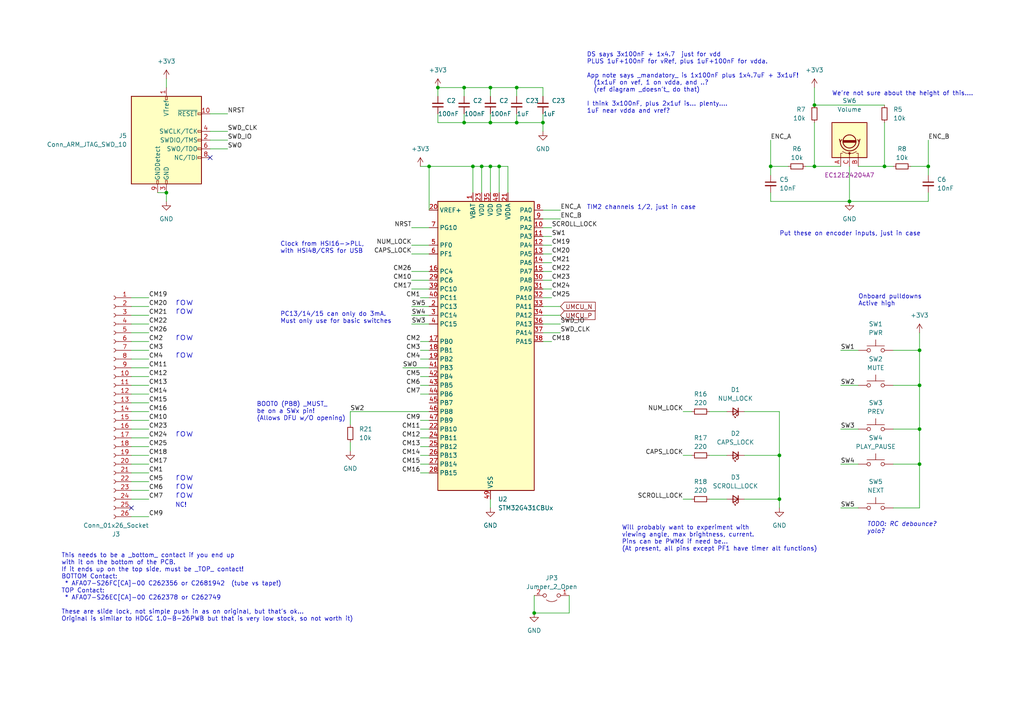
<source format=kicad_sch>
(kicad_sch (version 20231120) (generator "eeschema") (generator_version "8.0")
  (paper "A4")
  (title_block (title "Das KB4-Bara2") (rev "r2024-2") (company "Ekta Labs") (comment 1 "http://github.com/karlp/das-kb4-bara2"))
  (lib_symbols
    (symbol "Connector:Conn_01x26_Socket" (pin_names (offset 1.016) hide)
      (property "Reference" "J" (at 0 33.02 0))
      (property "Value" "Conn_01x26_Socket" (at 0 -35.56 0))
      (symbol "Conn_01x26_Socket_1_1"
        (arc (start 0 -32.512) (mid -0.5058 -33.02) (end 0 -33.528) (stroke (width 0.1524)))
        (arc (start 0 -29.972) (mid -0.5058 -30.48) (end 0 -30.988) (stroke (width 0.1524)))
        (arc (start 0 -27.432) (mid -0.5058 -27.94) (end 0 -28.448) (stroke (width 0.1524)))
        (arc (start 0 -24.892) (mid -0.5058 -25.4) (end 0 -25.908) (stroke (width 0.1524)))
        (arc (start 0 -22.352) (mid -0.5058 -22.86) (end 0 -23.368) (stroke (width 0.1524)))
        (arc (start 0 -19.812) (mid -0.5058 -20.32) (end 0 -20.828) (stroke (width 0.1524)))
        (arc (start 0 -17.272) (mid -0.5058 -17.78) (end 0 -18.288) (stroke (width 0.1524)))
        (arc (start 0 -14.732) (mid -0.5058 -15.24) (end 0 -15.748) (stroke (width 0.1524)))
        (arc (start 0 -12.192) (mid -0.5058 -12.7) (end 0 -13.208) (stroke (width 0.1524)))
        (arc (start 0 -9.652) (mid -0.5058 -10.16) (end 0 -10.668) (stroke (width 0.1524)))
        (arc (start 0 -7.112) (mid -0.5058 -7.62) (end 0 -8.128) (stroke (width 0.1524)))
        (arc (start 0 -4.572) (mid -0.5058 -5.08) (end 0 -5.588) (stroke (width 0.1524)))
        (arc (start 0 -2.032) (mid -0.5058 -2.54) (end 0 -3.048) (stroke (width 0.1524)))
        (polyline (pts (xy -1.27 -33.02) (xy -0.508 -33.02)) (stroke (width 0.1524)))
        (polyline (pts (xy -1.27 -30.48) (xy -0.508 -30.48)) (stroke (width 0.1524)))
        (polyline (pts (xy -1.27 -27.94) (xy -0.508 -27.94)) (stroke (width 0.1524)))
        (polyline (pts (xy -1.27 -25.4) (xy -0.508 -25.4)) (stroke (width 0.1524)))
        (polyline (pts (xy -1.27 -22.86) (xy -0.508 -22.86)) (stroke (width 0.1524)))
        (polyline (pts (xy -1.27 -20.32) (xy -0.508 -20.32)) (stroke (width 0.1524)))
        (polyline (pts (xy -1.27 -17.78) (xy -0.508 -17.78)) (stroke (width 0.1524)))
        (polyline (pts (xy -1.27 -15.24) (xy -0.508 -15.24)) (stroke (width 0.1524)))
        (polyline (pts (xy -1.27 -12.7) (xy -0.508 -12.7)) (stroke (width 0.1524)))
        (polyline (pts (xy -1.27 -10.16) (xy -0.508 -10.16)) (stroke (width 0.1524)))
        (polyline (pts (xy -1.27 -7.62) (xy -0.508 -7.62)) (stroke (width 0.1524)))
        (polyline (pts (xy -1.27 -5.08) (xy -0.508 -5.08)) (stroke (width 0.1524)))
        (polyline (pts (xy -1.27 -2.54) (xy -0.508 -2.54)) (stroke (width 0.1524)))
        (polyline (pts (xy -1.27 0) (xy -0.508 0)) (stroke (width 0.1524)))
        (polyline (pts (xy -1.27 2.54) (xy -0.508 2.54)) (stroke (width 0.1524)))
        (polyline (pts (xy -1.27 5.08) (xy -0.508 5.08)) (stroke (width 0.1524)))
        (polyline (pts (xy -1.27 7.62) (xy -0.508 7.62)) (stroke (width 0.1524)))
        (polyline (pts (xy -1.27 10.16) (xy -0.508 10.16)) (stroke (width 0.1524)))
        (polyline (pts (xy -1.27 12.7) (xy -0.508 12.7)) (stroke (width 0.1524)))
        (polyline (pts (xy -1.27 15.24) (xy -0.508 15.24)) (stroke (width 0.1524)))
        (polyline (pts (xy -1.27 17.78) (xy -0.508 17.78)) (stroke (width 0.1524)))
        (polyline (pts (xy -1.27 20.32) (xy -0.508 20.32)) (stroke (width 0.1524)))
        (polyline (pts (xy -1.27 22.86) (xy -0.508 22.86)) (stroke (width 0.1524)))
        (polyline (pts (xy -1.27 25.4) (xy -0.508 25.4)) (stroke (width 0.1524)))
        (polyline (pts (xy -1.27 27.94) (xy -0.508 27.94)) (stroke (width 0.1524)))
        (polyline (pts (xy -1.27 30.48) (xy -0.508 30.48)) (stroke (width 0.1524)))
        (arc (start 0 0.508) (mid -0.5058 0) (end 0 -0.508) (stroke (width 0.1524)))
        (arc (start 0 3.048) (mid -0.5058 2.54) (end 0 2.032) (stroke (width 0.1524)))
        (arc (start 0 5.588) (mid -0.5058 5.08) (end 0 4.572) (stroke (width 0.1524)))
        (arc (start 0 8.128) (mid -0.5058 7.62) (end 0 7.112) (stroke (width 0.1524)))
        (arc (start 0 10.668) (mid -0.5058 10.16) (end 0 9.652) (stroke (width 0.1524)))
        (arc (start 0 13.208) (mid -0.5058 12.7) (end 0 12.192) (stroke (width 0.1524)))
        (arc (start 0 15.748) (mid -0.5058 15.24) (end 0 14.732) (stroke (width 0.1524)))
        (arc (start 0 18.288) (mid -0.5058 17.78) (end 0 17.272) (stroke (width 0.1524)))
        (arc (start 0 20.828) (mid -0.5058 20.32) (end 0 19.812) (stroke (width 0.1524)))
        (arc (start 0 23.368) (mid -0.5058 22.86) (end 0 22.352) (stroke (width 0.1524)))
        (arc (start 0 25.908) (mid -0.5058 25.4) (end 0 24.892) (stroke (width 0.1524)))
        (arc (start 0 28.448) (mid -0.5058 27.94) (end 0 27.432) (stroke (width 0.1524)))
        (arc (start 0 30.988) (mid -0.5058 30.48) (end 0 29.972) (stroke (width 0.1524)))
        (pin passive line (at -5.08 30.48 0) (length 3.81) (name "Pin_1") (number "1"))
        (pin passive line (at -5.08 7.62 0) (length 3.81) (name "Pin_10") (number "10"))
        (pin passive line (at -5.08 5.08 0) (length 3.81) (name "Pin_11") (number "11"))
        (pin passive line (at -5.08 2.54 0) (length 3.81) (name "Pin_12") (number "12"))
        (pin passive line (at -5.08 0 0) (length 3.81) (name "Pin_13") (number "13"))
        (pin passive line (at -5.08 -2.54 0) (length 3.81) (name "Pin_14") (number "14"))
        (pin passive line (at -5.08 -5.08 0) (length 3.81) (name "Pin_15") (number "15"))
        (pin passive line (at -5.08 -7.62 0) (length 3.81) (name "Pin_16") (number "16"))
        (pin passive line (at -5.08 -10.16 0) (length 3.81) (name "Pin_17") (number "17"))
        (pin passive line (at -5.08 -12.7 0) (length 3.81) (name "Pin_18") (number "18"))
        (pin passive line (at -5.08 -15.24 0) (length 3.81) (name "Pin_19") (number "19"))
        (pin passive line (at -5.08 27.94 0) (length 3.81) (name "Pin_2") (number "2"))
        (pin passive line (at -5.08 -17.78 0) (length 3.81) (name "Pin_20") (number "20"))
        (pin passive line (at -5.08 -20.32 0) (length 3.81) (name "Pin_21") (number "21"))
        (pin passive line (at -5.08 -22.86 0) (length 3.81) (name "Pin_22") (number "22"))
        (pin passive line (at -5.08 -25.4 0) (length 3.81) (name "Pin_23") (number "23"))
        (pin passive line (at -5.08 -27.94 0) (length 3.81) (name "Pin_24") (number "24"))
        (pin passive line (at -5.08 -30.48 0) (length 3.81) (name "Pin_25") (number "25"))
        (pin passive line (at -5.08 -33.02 0) (length 3.81) (name "Pin_26") (number "26"))
        (pin passive line (at -5.08 25.4 0) (length 3.81) (name "Pin_3") (number "3"))
        (pin passive line (at -5.08 22.86 0) (length 3.81) (name "Pin_4") (number "4"))
        (pin passive line (at -5.08 20.32 0) (length 3.81) (name "Pin_5") (number "5"))
        (pin passive line (at -5.08 17.78 0) (length 3.81) (name "Pin_6") (number "6"))
        (pin passive line (at -5.08 15.24 0) (length 3.81) (name "Pin_7") (number "7"))
        (pin passive line (at -5.08 12.7 0) (length 3.81) (name "Pin_8") (number "8"))
        (pin passive line (at -5.08 10.16 0) (length 3.81) (name "Pin_9") (number "9"))
      )
    )
    (symbol "Connector:Conn_ARM_JTAG_SWD_10" (pin_names (offset 1.016))
      (property "Reference" "J" (at -2.54 16.51 0))
      (property "Value" "Conn_ARM_JTAG_SWD_10" (at -2.54 13.97 0))
      (symbol "Conn_ARM_JTAG_SWD_10_0_1"
        (rectangle (start -10.16 12.7) (end 10.16 -12.7) (stroke (width 0.254)) (fill (type background)))
        (rectangle (start -2.794 -12.7) (end -2.286 -11.684))
        (rectangle (start -0.254 -12.7) (end 0.254 -11.684))
        (rectangle (start -0.254 12.7) (end 0.254 11.684))
        (rectangle (start 9.144 2.286) (end 10.16 2.794))
        (rectangle (start 10.16 -2.794) (end 9.144 -2.286))
        (rectangle (start 10.16 -0.254) (end 9.144 0.254))
        (rectangle (start 10.16 7.874) (end 9.144 7.366))
      )
      (symbol "Conn_ARM_JTAG_SWD_10_1_1"
        (rectangle (start 9.144 -5.334) (end 10.16 -4.826))
        (pin power_in line (at 0 15.24 270) (length 2.54) (name "VTref") (number "1"))
        (pin open_collector line (at 12.7 7.62 180) (length 2.54) (name "~{RESET}") (number "10"))
        (pin bidirectional line (at 12.7 0 180) (length 2.54) (name "SWDIO/TMS") (number "2"))
        (pin power_in line (at 0 -15.24 90) (length 2.54) (name "GND") (number "3"))
        (pin output line (at 12.7 2.54 180) (length 2.54) (name "SWCLK/TCK") (number "4"))
        (pin passive line (at 0 -15.24 90) (length 2.54) hide (name "GND") (number "5"))
        (pin input line (at 12.7 -2.54 180) (length 2.54) (name "SWO/TDO") (number "6"))
        (pin no_connect line (at -10.16 0 0) (length 2.54) hide (name "KEY") (number "7"))
        (pin output line (at 12.7 -5.08 180) (length 2.54) (name "NC/TDI") (number "8"))
        (pin passive line (at -2.54 -15.24 90) (length 2.54) (name "GNDDetect") (number "9"))
      )
    )
    (symbol "Device:C_Small" (pin_numbers hide) (pin_names (offset 0.254) hide)
      (property "Reference" "C" (at 0.254 1.778 0))
      (property "Value" "C_Small" (at 0.254 -2.032 0))
      (symbol "C_Small_0_1"
        (polyline (pts (xy -1.524 -0.508) (xy 1.524 -0.508)) (stroke (width 0.3302)))
        (polyline (pts (xy -1.524 0.508) (xy 1.524 0.508)) (stroke (width 0.3048)))
      )
      (symbol "C_Small_1_1"
        (pin passive line (at 0 2.54 270) (length 2.032) (name "~") (number "1"))
        (pin passive line (at 0 -2.54 90) (length 2.032) (name "~") (number "2"))
      )
    )
    (symbol "Device:LED_Small" (pin_numbers hide) (pin_names (offset 0.254) hide)
      (property "Reference" "D" (at -1.27 3.175 0))
      (property "Value" "LED_Small" (at -4.445 -2.54 0))
      (symbol "LED_Small_0_1"
        (polyline (pts (xy -0.762 -1.016) (xy -0.762 1.016)) (stroke (width 0.254)))
        (polyline (pts (xy 1.016 0) (xy -0.762 0)))
        (polyline (pts (xy 0.762 -1.016) (xy -0.762 0) (xy 0.762 1.016) (xy 0.762 -1.016)) (stroke (width 0.254)))
        (polyline (pts (xy 0 0.762) (xy -0.508 1.27) (xy -0.254 1.27) (xy -0.508 1.27) (xy -0.508 1.016)))
        (polyline (pts (xy 0.508 1.27) (xy 0 1.778) (xy 0.254 1.778) (xy 0 1.778) (xy 0 1.524)))
      )
      (symbol "LED_Small_1_1"
        (pin passive line (at -2.54 0 0) (length 1.778) (name "K") (number "1"))
        (pin passive line (at 2.54 0 180) (length 1.778) (name "A") (number "2"))
      )
    )
    (symbol "Device:R_Small" (pin_numbers hide) (pin_names (offset 0.254) hide)
      (property "Reference" "R" (at 0.762 0.508 0))
      (property "Value" "R_Small" (at 0.762 -1.016 0))
      (symbol "R_Small_0_1"
        (rectangle (start -0.762 1.778) (end 0.762 -1.778) (stroke (width 0.2032)))
      )
      (symbol "R_Small_1_1"
        (pin passive line (at 0 2.54 270) (length 0.762) (name "~") (number "1"))
        (pin passive line (at 0 -2.54 90) (length 0.762) (name "~") (number "2"))
      )
    )
    (symbol "Device:RotaryEncoder" (pin_names (offset 0.254) hide)
      (property "Reference" "SW" (at 0 6.604 0))
      (property "Value" "RotaryEncoder" (at 0 -6.604 0))
      (symbol "RotaryEncoder_0_1"
        (rectangle (start -5.08 5.08) (end 5.08 -5.08) (stroke (width 0.254)) (fill (type background)))
        (circle (center -3.81 0) (radius 0.254) (fill (type outline)))
        (circle (center -0.381 0) (radius 1.905) (stroke (width 0.254)))
        (arc (start -0.381 2.667) (mid -3.0988 -0.0635) (end -0.381 -2.794) (stroke (width 0.254)))
        (polyline (pts (xy -0.635 -1.778) (xy -0.635 1.778)) (stroke (width 0.254)))
        (polyline (pts (xy -0.381 -1.778) (xy -0.381 1.778)) (stroke (width 0.254)))
        (polyline (pts (xy -0.127 1.778) (xy -0.127 -1.778)) (stroke (width 0.254)))
        (polyline (pts (xy -5.08 -2.54) (xy -3.81 -2.54) (xy -3.81 -2.032)))
        (polyline (pts (xy -5.08 2.54) (xy -3.81 2.54) (xy -3.81 2.032)))
        (polyline (pts (xy 0.254 -3.048) (xy -0.508 -2.794) (xy 0.127 -2.413)) (stroke (width 0.254)))
        (polyline (pts (xy 0.254 2.921) (xy -0.508 2.667) (xy 0.127 2.286)) (stroke (width 0.254)))
        (polyline (pts (xy -5.08 0) (xy -3.81 0) (xy -3.81 -1.016) (xy -3.302 -2.032)))
        (polyline (pts (xy -4.318 0) (xy -3.81 0) (xy -3.81 1.016) (xy -3.302 2.032)))
      )
      (symbol "RotaryEncoder_1_1"
        (pin passive line (at -7.62 2.54 0) (length 2.54) (name "A") (number "A"))
        (pin passive line (at -7.62 -2.54 0) (length 2.54) (name "B") (number "B"))
        (pin passive line (at -7.62 0 0) (length 2.54) (name "C") (number "C"))
      )
    )
    (symbol "Jumper:Jumper_2_Open" (pin_names (offset 0) hide)
      (property "Reference" "JP" (at 0 2.794 0))
      (property "Value" "Jumper_2_Open" (at 0 -2.286 0))
      (symbol "Jumper_2_Open_0_0"
        (circle (center -2.032 0) (radius 0.508))
        (circle (center 2.032 0) (radius 0.508))
      )
      (symbol "Jumper_2_Open_0_1"
        (arc (start 1.524 1.27) (mid 0 1.778) (end -1.524 1.27))
      )
      (symbol "Jumper_2_Open_1_1"
        (pin passive line (at -5.08 0 0) (length 2.54) (name "A") (number "1"))
        (pin passive line (at 5.08 0 180) (length 2.54) (name "B") (number "2"))
      )
    )
    (symbol "MCU_ST_STM32G4:STM32G431CBUx"
      (property "Reference" "U" (at -12.7 44.45 0))
      (property "Value" "STM32G431CBUx" (at 10.16 44.45 0))
      (symbol "STM32G431CBUx_0_1"
        (rectangle (start -12.7 -40.64) (end 15.24 43.18) (stroke (width 0.254)) (fill (type background)))
      )
      (symbol "STM32G431CBUx_1_1"
        (pin power_in line (at -2.54 45.72 270) (length 2.54) (name "VBAT") (number "1"))
        (pin bidirectional line (at 17.78 35.56 180) (length 2.54) (name "PA2") (number "10"))
        (pin bidirectional line (at 17.78 33.02 180) (length 2.54) (name "PA3") (number "11"))
        (pin bidirectional line (at 17.78 30.48 180) (length 2.54) (name "PA4") (number "12"))
        (pin bidirectional line (at 17.78 27.94 180) (length 2.54) (name "PA5") (number "13"))
        (pin bidirectional line (at 17.78 25.4 180) (length 2.54) (name "PA6") (number "14"))
        (pin bidirectional line (at 17.78 22.86 180) (length 2.54) (name "PA7") (number "15"))
        (pin bidirectional line (at -15.24 22.86 0) (length 2.54) (name "PC4") (number "16"))
        (pin bidirectional line (at -15.24 2.54 0) (length 2.54) (name "PB0") (number "17"))
        (pin bidirectional line (at -15.24 0 0) (length 2.54) (name "PB1") (number "18"))
        (pin bidirectional line (at -15.24 -2.54 0) (length 2.54) (name "PB2") (number "19"))
        (pin bidirectional line (at -15.24 12.7 0) (length 2.54) (name "PC13") (number "2"))
        (pin input line (at -15.24 40.64 0) (length 2.54) (name "VREF+") (number "20"))
        (pin power_in line (at 7.62 45.72 270) (length 2.54) (name "VDDA") (number "21"))
        (pin bidirectional line (at -15.24 -22.86 0) (length 2.54) (name "PB10") (number "22"))
        (pin power_in line (at 0 45.72 270) (length 2.54) (name "VDD") (number "23"))
        (pin bidirectional line (at -15.24 -25.4 0) (length 2.54) (name "PB11") (number "24"))
        (pin bidirectional line (at -15.24 -27.94 0) (length 2.54) (name "PB12") (number "25"))
        (pin bidirectional line (at -15.24 -30.48 0) (length 2.54) (name "PB13") (number "26"))
        (pin bidirectional line (at -15.24 -33.02 0) (length 2.54) (name "PB14") (number "27"))
        (pin bidirectional line (at -15.24 -35.56 0) (length 2.54) (name "PB15") (number "28"))
        (pin bidirectional line (at -15.24 20.32 0) (length 2.54) (name "PC6") (number "29"))
        (pin bidirectional line (at -15.24 10.16 0) (length 2.54) (name "PC14") (number "3"))
        (pin bidirectional line (at 17.78 20.32 180) (length 2.54) (name "PA8") (number "30"))
        (pin bidirectional line (at 17.78 17.78 180) (length 2.54) (name "PA9") (number "31"))
        (pin bidirectional line (at 17.78 15.24 180) (length 2.54) (name "PA10") (number "32"))
        (pin bidirectional line (at 17.78 12.7 180) (length 2.54) (name "PA11") (number "33"))
        (pin bidirectional line (at 17.78 10.16 180) (length 2.54) (name "PA12") (number "34"))
        (pin power_in line (at 2.54 45.72 270) (length 2.54) (name "VDD") (number "35"))
        (pin bidirectional line (at 17.78 7.62 180) (length 2.54) (name "PA13") (number "36"))
        (pin bidirectional line (at 17.78 5.08 180) (length 2.54) (name "PA14") (number "37"))
        (pin bidirectional line (at 17.78 2.54 180) (length 2.54) (name "PA15") (number "38"))
        (pin bidirectional line (at -15.24 17.78 0) (length 2.54) (name "PC10") (number "39"))
        (pin bidirectional line (at -15.24 7.62 0) (length 2.54) (name "PC15") (number "4"))
        (pin bidirectional line (at -15.24 15.24 0) (length 2.54) (name "PC11") (number "40"))
        (pin bidirectional line (at -15.24 -5.08 0) (length 2.54) (name "PB3") (number "41"))
        (pin bidirectional line (at -15.24 -7.62 0) (length 2.54) (name "PB4") (number "42"))
        (pin bidirectional line (at -15.24 -10.16 0) (length 2.54) (name "PB5") (number "43"))
        (pin bidirectional line (at -15.24 -12.7 0) (length 2.54) (name "PB6") (number "44"))
        (pin bidirectional line (at -15.24 -15.24 0) (length 2.54) (name "PB7") (number "45"))
        (pin bidirectional line (at -15.24 -17.78 0) (length 2.54) (name "PB8") (number "46"))
        (pin bidirectional line (at -15.24 -20.32 0) (length 2.54) (name "PB9") (number "47"))
        (pin power_in line (at 5.08 45.72 270) (length 2.54) (name "VDD") (number "48"))
        (pin power_in line (at 2.54 -43.18 90) (length 2.54) (name "VSS") (number "49"))
        (pin bidirectional line (at -15.24 30.48 0) (length 2.54) (name "PF0") (number "5"))
        (pin bidirectional line (at -15.24 27.94 0) (length 2.54) (name "PF1") (number "6"))
        (pin bidirectional line (at -15.24 35.56 0) (length 2.54) (name "PG10") (number "7"))
        (pin bidirectional line (at 17.78 40.64 180) (length 2.54) (name "PA0") (number "8"))
        (pin bidirectional line (at 17.78 38.1 180) (length 2.54) (name "PA1") (number "9"))
      )
    )
    (symbol "Switch:SW_Push" (pin_numbers hide) (pin_names (offset 1.016) hide)
      (property "Reference" "SW" (at 1.27 2.54 0))
      (property "Value" "SW_Push" (at 0 -1.524 0))
      (symbol "SW_Push_0_1"
        (circle (center -2.032 0) (radius 0.508))
        (polyline (pts (xy 0 1.27) (xy 0 3.048)))
        (polyline (pts (xy 2.54 1.27) (xy -2.54 1.27)))
        (circle (center 2.032 0) (radius 0.508))
        (pin passive line (at -5.08 0 0) (length 2.54) (name "1") (number "1"))
        (pin passive line (at 5.08 0 180) (length 2.54) (name "2") (number "2"))
      )
    )
    (symbol "power:+3V3" (power) (pin_names (offset 0))
      (property "Value" "+3V3" (at 0 3.556 0))
      (symbol "+3V3_0_1"
        (polyline (pts (xy -0.762 1.27) (xy 0 2.54)))
        (polyline (pts (xy 0 0) (xy 0 2.54)))
        (polyline (pts (xy 0 2.54) (xy 0.762 1.27)))
      )
      (symbol "+3V3_1_1"
        (pin power_in line (at 0 0 90) (length 0) hide (name "+3V3") (number "1"))
      )
    )
    (symbol "power:GND" (power) (pin_names (offset 0))
      (property "Value" "GND" (at 0 -3.81 0))
      (symbol "GND_0_1"
        (polyline (pts (xy 0 0) (xy 0 -1.27) (xy 1.27 -1.27) (xy 0 -2.54) (xy -1.27 -1.27) (xy 0 -1.27)))
      )
      (symbol "GND_1_1"
        (pin power_in line (at 0 0 270) (length 0) hide (name "GND") (number "1"))
      )
    )
  )
  (junction (at 134.62 35.56))
  (junction (at 142.24 25.4))
  (junction (at 154.94 177.8))
  (junction (at 139.7 48.26))
  (junction (at 269.24 48.26))
  (junction (at 149.86 35.56))
  (junction (at 142.24 35.56))
  (junction (at 266.7 124.46))
  (junction (at 266.7 134.62))
  (junction (at 266.7 111.76))
  (junction (at 48.26 55.88))
  (junction (at 134.62 25.4))
  (junction (at 142.24 48.26))
  (junction (at 256.54 48.26))
  (junction (at 226.06 144.78))
  (junction (at 236.22 30.48))
  (junction (at 236.22 48.26))
  (junction (at 157.48 35.56))
  (junction (at 137.16 48.26))
  (junction (at 226.06 132.08))
  (junction (at 223.52 48.26))
  (junction (at 149.86 25.4))
  (junction (at 144.78 48.26))
  (junction (at 246.38 58.42))
  (junction (at 124.46 48.26))
  (junction (at 266.7 101.6))
  (junction (at 127 25.4))
  (no_connect (at 60.96 45.72))
  (no_connect (at 38.1 147.32))
  (wire (pts (xy 43.18 96.52) (xy 38.1 96.52)))
  (wire (pts (xy 43.18 144.78) (xy 38.1 144.78)))
  (wire (pts (xy 43.18 91.44) (xy 38.1 91.44)))
  (wire (pts (xy 266.7 134.62) (xy 266.7 147.32)))
  (wire (pts (xy 243.84 101.6) (xy 248.92 101.6)))
  (wire (pts (xy 127 27.94) (xy 127 25.4)))
  (wire (pts (xy 119.38 71.12) (xy 124.46 71.12)))
  (wire (pts (xy 147.32 48.26) (xy 144.78 48.26)))
  (wire (pts (xy 43.18 88.9) (xy 38.1 88.9)))
  (wire (pts (xy 157.48 60.96) (xy 162.56 60.96)))
  (wire (pts (xy 139.7 48.26) (xy 137.16 48.26)))
  (wire (pts (xy 101.6 119.38) (xy 124.46 119.38)))
  (wire (pts (xy 43.18 101.6) (xy 38.1 101.6)))
  (wire (pts (xy 269.24 58.42) (xy 246.38 58.42)))
  (wire (pts (xy 48.26 22.86) (xy 48.26 25.4)))
  (wire (pts (xy 223.52 40.64) (xy 223.52 48.26)))
  (wire (pts (xy 134.62 35.56) (xy 142.24 35.56)))
  (wire (pts (xy 157.48 63.5) (xy 162.56 63.5)))
  (wire (pts (xy 165.1 177.8) (xy 154.94 177.8)))
  (wire (pts (xy 142.24 48.26) (xy 142.24 55.88)))
  (wire (pts (xy 160.02 86.36) (xy 157.48 86.36)))
  (wire (pts (xy 243.84 147.32) (xy 248.92 147.32)))
  (wire (pts (xy 121.92 114.3) (xy 124.46 114.3)))
  (wire (pts (xy 266.7 96.52) (xy 266.7 101.6)))
  (wire (pts (xy 205.74 132.08) (xy 210.82 132.08)))
  (wire (pts (xy 160.02 68.58) (xy 157.48 68.58)))
  (wire (pts (xy 43.18 127) (xy 38.1 127)))
  (wire (pts (xy 236.22 35.56) (xy 236.22 48.26)))
  (wire (pts (xy 119.38 91.44) (xy 124.46 91.44)))
  (wire (pts (xy 121.92 132.08) (xy 124.46 132.08)))
  (wire (pts (xy 198.12 119.38) (xy 200.66 119.38)))
  (wire (pts (xy 264.16 48.26) (xy 269.24 48.26)))
  (wire (pts (xy 160.02 78.74) (xy 157.48 78.74)))
  (wire (pts (xy 154.94 172.72) (xy 154.94 177.8)))
  (wire (pts (xy 157.48 91.44) (xy 162.56 91.44)))
  (wire (pts (xy 149.86 35.56) (xy 157.48 35.56)))
  (wire (pts (xy 43.18 139.7) (xy 38.1 139.7)))
  (wire (pts (xy 223.52 48.26) (xy 223.52 50.8)))
  (wire (pts (xy 223.52 55.88) (xy 223.52 58.42)))
  (wire (pts (xy 134.62 25.4) (xy 142.24 25.4)))
  (wire (pts (xy 43.18 106.68) (xy 38.1 106.68)))
  (wire (pts (xy 121.92 137.16) (xy 124.46 137.16)))
  (wire (pts (xy 43.18 129.54) (xy 38.1 129.54)))
  (wire (pts (xy 139.7 48.26) (xy 139.7 55.88)))
  (wire (pts (xy 121.92 109.22) (xy 124.46 109.22)))
  (wire (pts (xy 259.08 147.32) (xy 266.7 147.32)))
  (wire (pts (xy 43.18 142.24) (xy 38.1 142.24)))
  (wire (pts (xy 119.38 66.04) (xy 124.46 66.04)))
  (wire (pts (xy 160.02 66.04) (xy 157.48 66.04)))
  (wire (pts (xy 160.02 73.66) (xy 157.48 73.66)))
  (wire (pts (xy 236.22 25.4) (xy 236.22 30.48)))
  (wire (pts (xy 157.48 88.9) (xy 162.56 88.9)))
  (wire (pts (xy 116.84 106.68) (xy 124.46 106.68)))
  (wire (pts (xy 43.18 116.84) (xy 38.1 116.84)))
  (wire (pts (xy 243.84 134.62) (xy 248.92 134.62)))
  (wire (pts (xy 269.24 55.88) (xy 269.24 58.42)))
  (wire (pts (xy 43.18 132.08) (xy 38.1 132.08)))
  (wire (pts (xy 142.24 33.02) (xy 142.24 35.56)))
  (wire (pts (xy 66.04 43.18) (xy 60.96 43.18)))
  (wire (pts (xy 43.18 124.46) (xy 38.1 124.46)))
  (wire (pts (xy 137.16 48.26) (xy 124.46 48.26)))
  (wire (pts (xy 43.18 99.06) (xy 38.1 99.06)))
  (wire (pts (xy 119.38 88.9) (xy 124.46 88.9)))
  (wire (pts (xy 101.6 119.38) (xy 101.6 123.19)))
  (wire (pts (xy 134.62 27.94) (xy 134.62 25.4)))
  (wire (pts (xy 119.38 93.98) (xy 124.46 93.98)))
  (wire (pts (xy 215.9 119.38) (xy 226.06 119.38)))
  (wire (pts (xy 124.46 48.26) (xy 121.92 48.26)))
  (wire (pts (xy 43.18 111.76) (xy 38.1 111.76)))
  (wire (pts (xy 43.18 93.98) (xy 38.1 93.98)))
  (wire (pts (xy 119.38 81.28) (xy 124.46 81.28)))
  (wire (pts (xy 149.86 33.02) (xy 149.86 35.56)))
  (wire (pts (xy 121.92 129.54) (xy 124.46 129.54)))
  (wire (pts (xy 43.18 109.22) (xy 38.1 109.22)))
  (wire (pts (xy 142.24 27.94) (xy 142.24 25.4)))
  (wire (pts (xy 43.18 137.16) (xy 38.1 137.16)))
  (wire (pts (xy 246.38 48.26) (xy 246.38 58.42)))
  (wire (pts (xy 43.18 149.86) (xy 38.1 149.86)))
  (wire (pts (xy 121.92 124.46) (xy 124.46 124.46)))
  (wire (pts (xy 266.7 124.46) (xy 266.7 134.62)))
  (wire (pts (xy 142.24 35.56) (xy 149.86 35.56)))
  (wire (pts (xy 45.72 55.88) (xy 48.26 55.88)))
  (wire (pts (xy 137.16 48.26) (xy 137.16 55.88)))
  (wire (pts (xy 259.08 134.62) (xy 266.7 134.62)))
  (wire (pts (xy 226.06 144.78) (xy 226.06 147.32)))
  (wire (pts (xy 144.78 48.26) (xy 144.78 55.88)))
  (wire (pts (xy 259.08 101.6) (xy 266.7 101.6)))
  (wire (pts (xy 149.86 25.4) (xy 157.48 25.4)))
  (wire (pts (xy 121.92 121.92) (xy 124.46 121.92)))
  (wire (pts (xy 121.92 127) (xy 124.46 127)))
  (wire (pts (xy 223.52 58.42) (xy 246.38 58.42)))
  (wire (pts (xy 43.18 104.14) (xy 38.1 104.14)))
  (wire (pts (xy 157.48 93.98) (xy 162.56 93.98)))
  (wire (pts (xy 160.02 76.2) (xy 157.48 76.2)))
  (wire (pts (xy 198.12 132.08) (xy 200.66 132.08)))
  (wire (pts (xy 157.48 33.02) (xy 157.48 35.56)))
  (wire (pts (xy 215.9 144.78) (xy 226.06 144.78)))
  (wire (pts (xy 256.54 35.56) (xy 256.54 48.26)))
  (wire (pts (xy 48.26 55.88) (xy 48.26 58.42)))
  (wire (pts (xy 160.02 83.82) (xy 157.48 83.82)))
  (wire (pts (xy 269.24 40.64) (xy 269.24 48.26)))
  (wire (pts (xy 226.06 132.08) (xy 226.06 144.78)))
  (wire (pts (xy 160.02 81.28) (xy 157.48 81.28)))
  (wire (pts (xy 121.92 86.36) (xy 124.46 86.36)))
  (wire (pts (xy 236.22 48.26) (xy 243.84 48.26)))
  (wire (pts (xy 43.18 114.3) (xy 38.1 114.3)))
  (wire (pts (xy 160.02 71.12) (xy 157.48 71.12)))
  (wire (pts (xy 215.9 132.08) (xy 226.06 132.08)))
  (wire (pts (xy 142.24 48.26) (xy 139.7 48.26)))
  (wire (pts (xy 147.32 55.88) (xy 147.32 48.26)))
  (wire (pts (xy 243.84 111.76) (xy 248.92 111.76)))
  (wire (pts (xy 233.68 48.26) (xy 236.22 48.26)))
  (wire (pts (xy 121.92 101.6) (xy 124.46 101.6)))
  (wire (pts (xy 269.24 48.26) (xy 269.24 50.8)))
  (wire (pts (xy 60.96 33.02) (xy 66.04 33.02)))
  (wire (pts (xy 157.48 96.52) (xy 162.56 96.52)))
  (wire (pts (xy 43.18 86.36) (xy 38.1 86.36)))
  (wire (pts (xy 266.7 111.76) (xy 266.7 124.46)))
  (wire (pts (xy 259.08 124.46) (xy 266.7 124.46)))
  (wire (pts (xy 43.18 121.92) (xy 38.1 121.92)))
  (wire (pts (xy 157.48 35.56) (xy 157.48 38.1)))
  (wire (pts (xy 119.38 73.66) (xy 124.46 73.66)))
  (wire (pts (xy 259.08 111.76) (xy 266.7 111.76)))
  (wire (pts (xy 124.46 48.26) (xy 124.46 60.96)))
  (wire (pts (xy 127 33.02) (xy 127 35.56)))
  (wire (pts (xy 149.86 27.94) (xy 149.86 25.4)))
  (wire (pts (xy 66.04 40.64) (xy 60.96 40.64)))
  (wire (pts (xy 121.92 99.06) (xy 124.46 99.06)))
  (wire (pts (xy 134.62 33.02) (xy 134.62 35.56)))
  (wire (pts (xy 198.12 144.78) (xy 200.66 144.78)))
  (wire (pts (xy 236.22 30.48) (xy 256.54 30.48)))
  (wire (pts (xy 101.6 128.27) (xy 101.6 130.81)))
  (wire (pts (xy 119.38 78.74) (xy 124.46 78.74)))
  (wire (pts (xy 121.92 104.14) (xy 124.46 104.14)))
  (wire (pts (xy 121.92 111.76) (xy 124.46 111.76)))
  (wire (pts (xy 119.38 83.82) (xy 124.46 83.82)))
  (wire (pts (xy 228.6 48.26) (xy 223.52 48.26)))
  (wire (pts (xy 165.1 172.72) (xy 165.1 177.8)))
  (wire (pts (xy 43.18 119.38) (xy 38.1 119.38)))
  (wire (pts (xy 160.02 99.06) (xy 157.48 99.06)))
  (wire (pts (xy 121.92 134.62) (xy 124.46 134.62)))
  (wire (pts (xy 157.48 27.94) (xy 157.48 25.4)))
  (wire (pts (xy 226.06 119.38) (xy 226.06 132.08)))
  (wire (pts (xy 142.24 144.78) (xy 142.24 147.32)))
  (wire (pts (xy 43.18 134.62) (xy 38.1 134.62)))
  (wire (pts (xy 205.74 144.78) (xy 210.82 144.78)))
  (wire (pts (xy 248.92 48.26) (xy 256.54 48.26)))
  (wire (pts (xy 66.04 38.1) (xy 60.96 38.1)))
  (wire (pts (xy 142.24 25.4) (xy 149.86 25.4)))
  (wire (pts (xy 127 35.56) (xy 134.62 35.56)))
  (wire (pts (xy 127 25.4) (xy 134.62 25.4)))
  (wire (pts (xy 256.54 48.26) (xy 259.08 48.26)))
  (wire (pts (xy 205.74 119.38) (xy 210.82 119.38)))
  (wire (pts (xy 243.84 124.46) (xy 248.92 124.46)))
  (wire (pts (xy 266.7 101.6) (xy 266.7 111.76)))
  (wire (pts (xy 144.78 48.26) (xy 142.24 48.26)))
  (text "NC!" (at 50.8 147.32 0) (effects (font (size 1.27 1.27)) (justify left bottom)))
  (text "This needs to be a _bottom_ contact if you end up\nwith it on the bottom of the PCB.\nIf it ends up on the top side, must be _TOP_ contact!\nBOTTOM Contact:\n * AFA07-S26FC[CA]-00 C262356 or C2681942  (tube vs tape!)\nTOP Contact:\n * AFA07-S26EC[CA]-00 C262378 or C262749\n\nThese are slide lock, not simple push in as on original, but that's ok...\nOriginal is similar to HDGC 1.0-B-26PWB but that is very low stock, so not worth it)" (at 17.78 180.34 0) (effects (font (size 1.27 1.27)) (justify left bottom)))
  (text "row" (at 50.8 104.14 0) (effects (font (size 2 2)) (justify left bottom)))
  (text "Power budget:\nLEDS 3x5mA => 15mA max\nMCU:\n * core: 44mA  @ 170MHZ full steam\n * all peripherals 250uA/Mhz @ 170MHZ => 43mA\n=> 100mA => 200mA is _plenty_ here....\nMCU allows 20mA / pin, max, theoretical, 100mA max.\nSo we're fine with 5mA leds, no matter how we slice/dice.\nMatrices use.... less?" (at -63.5 40.64 0) (effects (font (size 1.27 1.27)) (justify left bottom)))
  (text "row" (at 50.8 99.06 0) (effects (font (size 2 2)) (justify left bottom)))
  (text "TODO: RC debounce?\nyolo?" (at 251.46 154.94 0) (effects (font (size 1.27 1.27) (italic yes)) (justify left bottom)))
  (text "BOOT0 (PB8) _MUST_\nbe on a SWx pin!\n(Allows DFU w/O opening)" (at 74.422 122.174 0) (effects (font (size 1.27 1.27)) (justify left bottom)))
  (text "row" (at 50.8 88.9 0) (effects (font (size 2 2)) (justify left bottom)))
  (text "row" (at 50.8 144.78 0) (effects (font (size 2 2)) (justify left bottom)))
  (text "row" (at 50.8 91.44 0) (effects (font (size 2 2)) (justify left bottom)))
  (text "Will probably want to experiment with\nviewing angle, max brightness, current.\nPins can be PWMd if need be...\n(At present, all pins except PF1 have timer alt functions)" (at 180.34 160.02 0) (effects (font (size 1.27 1.27)) (justify left bottom)))
  (text "row" (at 50.8 127 0) (effects (font (size 2 2)) (justify left bottom)))
  (text "DS says 3x100nF + 1x4.7  just for vdd\nPLUS 1uF+100nF for vRef, plus 1uF+100nF for vdda.\n\nApp note says _mandatory_ is 1x100nF plus 1x4.7uF + 3x1uF!\n  (1x1uF on vef, 1 on vdda, and ..?\n  (ref diagram _doesn't_ do that)\n\nI think 3x100nF, plus 2x1uf is... plenty....\n1uF near vdda and vref?" (at 170.18 33.02 0) (effects (font (size 1.27 1.27)) (justify left bottom)))
  (text "Put these on encoder inputs, just in case" (at 226.06 68.58 0) (effects (font (size 1.27 1.27)) (justify left bottom)))
  (text "PC13/14/15 can only do 3mA.\nMust only use for basic switches" (at 81.28 93.98 0) (effects (font (size 1.27 1.27)) (justify left bottom)))
  (text "row" (at 50.8 139.7 0) (effects (font (size 2 2)) (justify left bottom)))
  (text "TIM2 channels 1/2, just in case\n" (at 170.18 60.96 0) (effects (font (size 1.27 1.27)) (justify left bottom)))
  (text "row" (at 50.8 142.24 0) (effects (font (size 2 2)) (justify left bottom)))
  (text "Onboard pulldowns\nActive high" (at 248.92 88.9 0) (effects (font (size 1.27 1.27)) (justify left bottom)))
  (text "Clock from HSI16->PLL,\nwith HSI48/CRS for USB\n" (at 81.28 73.66 0) (effects (font (size 1.27 1.27)) (justify left bottom)))
  (text "We're not sure about the height of this...." (at 241.3 27.94 0) (effects (font (size 1.27 1.27)) (justify left bottom)))
  (label "CM14" (at 43.18 114.3 0))
  (label "CM20" (at 160.02 73.66 0))
  (label "CM5" (at 43.18 139.7 0))
  (label "SW1" (at 160.02 68.58 0))
  (label "CM9" (at 121.92 121.92 180))
  (label "SW5" (at 243.84 147.32 0))
  (label "CM13" (at 121.92 129.54 180))
  (label "NRST" (at 66.04 33.02 0))
  (label "CM19" (at 160.02 71.12 0))
  (label "CM6" (at 121.92 111.76 180))
  (label "CM16" (at 121.92 137.16 180))
  (label "CM22" (at 43.18 93.98 0))
  (label "CM15" (at 43.18 116.84 0))
  (label "CM22" (at 160.02 78.74 0))
  (label "CM17" (at 119.38 83.82 180))
  (label "SW5" (at 119.38 88.9 0))
  (label "ENC_B" (at 162.56 63.5 0))
  (label "CM23" (at 43.18 124.46 0))
  (label "CM2" (at 43.18 99.06 0))
  (label "CM1" (at 43.18 137.16 0))
  (label "CM11" (at 43.18 106.68 0))
  (label "CM7" (at 43.18 144.78 0))
  (label "SWD_IO" (at 66.04 40.64 0))
  (label "CM3" (at 121.92 101.6 180))
  (label "CM24" (at 160.02 83.82 0))
  (label "CM4" (at 43.18 104.14 0))
  (label "CM18" (at 160.02 99.06 0))
  (label "CM12" (at 43.18 109.22 0))
  (label "CM26" (at 119.38 78.74 180))
  (label "CM21" (at 160.02 76.2 0))
  (label "SWO" (at 116.84 106.68 0))
  (label "SW1" (at 243.84 101.6 0))
  (label "CM11" (at 121.92 124.46 180))
  (label "CM10" (at 43.18 121.92 0))
  (label "SWD_CLK" (at 162.56 96.52 0))
  (label "CM25" (at 160.02 86.36 0))
  (label "CM23" (at 160.02 81.28 0))
  (label "CM26" (at 43.18 96.52 0))
  (label "CM25" (at 43.18 129.54 0))
  (label "CM14" (at 121.92 132.08 180))
  (label "SW3" (at 119.38 93.98 0))
  (label "CM18" (at 43.18 132.08 0))
  (label "SWD_IO" (at 162.56 93.98 0))
  (label "SCROLL_LOCK" (at 198.12 144.78 180))
  (label "CM7" (at 121.92 114.3 180))
  (label "CM2" (at 121.92 99.06 180))
  (label "CAPS_LOCK" (at 119.38 73.66 180))
  (label "CM1" (at 121.92 86.36 180))
  (label "NUM_LOCK" (at 119.38 71.12 180))
  (label "CM12" (at 121.92 127 180))
  (label "CM21" (at 43.18 91.44 0))
  (label "CAPS_LOCK" (at 198.12 132.08 180))
  (label "SW4" (at 119.38 91.44 0))
  (label "CM24" (at 43.18 127 0))
  (label "CM19" (at 43.18 86.36 0))
  (label "NRST" (at 119.38 66.04 180))
  (label "CM9" (at 43.18 149.86 0))
  (label "CM13" (at 43.18 111.76 0))
  (label "ENC_B" (at 269.24 40.64 0))
  (label "SW2" (at 101.6 119.38 0))
  (label "SW3" (at 243.84 124.46 0))
  (label "SW4" (at 243.84 134.62 0))
  (label "ENC_A" (at 162.56 60.96 0))
  (label "NUM_LOCK" (at 198.12 119.38 180))
  (label "SWO" (at 66.04 43.18 0))
  (label "CM3" (at 43.18 101.6 0))
  (label "CM16" (at 43.18 119.38 0))
  (label "SW2" (at 243.84 111.76 0))
  (label "ENC_A" (at 223.52 40.64 0))
  (label "CM5" (at 121.92 109.22 180))
  (label "CM6" (at 43.18 142.24 0))
  (label "CM4" (at 121.92 104.14 180))
  (label "SCROLL_LOCK" (at 160.02 66.04 0))
  (label "CM20" (at 43.18 88.9 0))
  (label "SWD_CLK" (at 66.04 38.1 0))
  (label "CM10" (at 119.38 81.28 180))
  (label "CM15" (at 121.92 134.62 180))
  (label "CM17" (at 43.18 134.62 0))
  (global_label "UMCU_N" (shape input) (at 162.56 88.9 0) (property "Intersheetrefs" "${INTERSHEET_REFS}" (effects (hide yes))))
  (global_label "UMCU_P" (shape input) (at 162.56 91.44 0) (property "Intersheetrefs" "${INTERSHEET_REFS}" (effects (hide yes))))
  (symbol (lib_id "Device:R_Small") (at 231.14 48.26 90) (unit 1)
    (property "Reference" "R6" (at 231.14 43.18 90))
    (property "Value" "10k" (at 231.14 45.72 90))
    (property "Footprint" "Resistor_SMD:R_0603_1608Metric" (effects (hide yes)))
    (property "MPN" "0603WAF1002T5E" (effects (hide yes)))
    (property "jlc-basic" "1" (effects (hide yes)))
    (property "lcsc#" "C25804" (effects (hide yes)))
  )
  (symbol (lib_id "power:GND") (at 142.24 147.32 0) (unit 1)
    (property "Reference" "#PWR034" (effects (hide yes)))
    (property "Value" "GND" (at 142.24 152.4 0))
  )
  (symbol (lib_id "Device:C_Small") (at 142.24 30.48 180) (unit 1)
    (property "Reference" "C2" (at 144.78 29.2036 0) (effects (justify right)))
    (property "Value" "100nF" (at 142.24 33.02 0) (effects (justify right)))
    (property "Footprint" "Capacitor_SMD:C_0603_1608Metric" (effects (hide yes)))
    (property "MPN" "CC0603KRX7R9BB104 " (effects (hide yes)))
    (property "lcsc#" "C14663" (effects (hide yes)))
    (property "jlc-basic" "1" (effects (hide yes)))
    (instances (project "r2022-12" (path "" (reference "C2") (unit 1))) (project "r2024-02-single" (path "" (reference "C7") (unit 1))))
  )
  (symbol (lib_id "Device:C_Small") (at 134.62 30.48 180) (unit 1)
    (property "Reference" "C2" (at 137.16 29.2036 0) (effects (justify right)))
    (property "Value" "100nF" (at 134.62 33.02 0) (effects (justify right)))
    (property "Footprint" "Capacitor_SMD:C_0603_1608Metric" (effects (hide yes)))
    (property "MPN" "CC0603KRX7R9BB104 " (effects (hide yes)))
    (property "lcsc#" "C14663" (effects (hide yes)))
    (property "jlc-basic" "1" (effects (hide yes)))
    (instances (project "r2022-12" (path "" (reference "C2") (unit 1))) (project "r2024-02-single" (path "" (reference "C4") (unit 1))))
  )
  (symbol (lib_id "power:GND") (at 48.26 58.42 0) (unit 1)
    (property "Reference" "#PWR033" (effects (hide yes)))
    (property "Value" "GND" (at 48.26 63.5 0))
  )
  (symbol (lib_id "Switch:SW_Push") (at 254 101.6 0) (unit 1)
    (property "Reference" "SW1" (at 254 93.98 0))
    (property "Value" "PWR" (at 254 96.52 0))
    (property "Footprint" "Button_Switch_SMD:SW_SPST_TL3342" (effects (hide yes)))
    (property "lcsc#" "C318884" (effects (hide yes)))
    (property "MPN" "TS-1187A-B-A-B" (effects (hide yes)))
    (property "jlc-basic" "1" (effects (hide yes)))
  )
  (symbol (lib_id "Device:R_Small") (at 203.2 132.08 90) (unit 1)
    (property "Reference" "R17" (at 203.2 127 90))
    (property "Value" "220" (at 203.2 129.54 90))
    (property "Footprint" "Resistor_SMD:R_0603_1608Metric" (effects (hide yes)))
    (property "MPN" "0603WAF2200T5E" (effects (hide yes)))
    (property "jlc-basic" "1" (effects (hide yes)))
    (property "lcsc#" "C22962" (effects (hide yes)))
  )
  (symbol (lib_id "Device:R_Small") (at 256.54 33.02 0) (unit 1)
    (property "Reference" "R5" (at 259.08 31.75 0) (effects (justify left)))
    (property "Value" "10k" (at 259.08 34.29 0) (effects (justify left)))
    (property "Footprint" "Resistor_SMD:R_0603_1608Metric" (effects (hide yes)))
    (property "MPN" "0603WAF1002T5E" (effects (hide yes)))
    (property "jlc-basic" "1" (effects (hide yes)))
    (property "lcsc#" "C25804" (effects (hide yes)))
  )
  (symbol (lib_id "power:GND") (at 154.94 177.8 0) (unit 1)
    (property "Reference" "#PWR056" (effects (hide yes)))
    (property "Value" "GND" (at 154.94 182.88 0))
  )
  (symbol (lib_id "Device:C_Small") (at 157.48 30.48 0) (unit 1)
    (property "Reference" "C23" (at 160.02 29.2163 0) (effects (justify left)))
    (property "Value" "1uF" (at 157.48 33.02 0) (effects (justify left)))
    (property "Footprint" "Capacitor_SMD:C_0603_1608Metric" (effects (hide yes)))
    (property "MPN" "CL10A105KB8NNNC" (effects (hide yes)))
    (property "jlc-basic" "1" (effects (hide yes)))
    (property "lcsc#" "C15849" (effects (hide yes)))
    (instances (project "r2022-12" (path "" (reference "C23") (unit 1))) (project "r2024-02-single" (path "" (reference "C12") (unit 1))))
  )
  (symbol (lib_id "Switch:SW_Push") (at 254 111.76 0) (unit 1)
    (property "Reference" "SW2" (at 254 104.14 0))
    (property "Value" "MUTE" (at 254 106.68 0))
    (property "Footprint" "Button_Switch_SMD:SW_SPST_TL3342" (effects (hide yes)))
    (property "lcsc#" "C318884" (effects (hide yes)))
    (property "MPN" "TS-1187A-B-A-B" (effects (hide yes)))
    (property "jlc-basic" "1" (effects (hide yes)))
  )
  (symbol (lib_id "Switch:SW_Push") (at 254 147.32 0) (unit 1)
    (property "Reference" "SW5" (at 254 139.7 0))
    (property "Value" "NEXT" (at 254 142.24 0))
    (property "Footprint" "Button_Switch_SMD:SW_SPST_TL3342" (effects (hide yes)))
    (property "lcsc#" "C318884" (effects (hide yes)))
    (property "MPN" "TS-1187A-B-A-B" (effects (hide yes)))
    (property "jlc-basic" "1" (effects (hide yes)))
  )
  (symbol (lib_id "Device:C_Small") (at 127 30.48 180) (unit 1)
    (property "Reference" "C2" (at 129.54 29.2036 0) (effects (justify right)))
    (property "Value" "100nF" (at 127 33.02 0) (effects (justify right)))
    (property "Footprint" "Capacitor_SMD:C_0603_1608Metric" (effects (hide yes)))
    (property "MPN" "CC0603KRX7R9BB104 " (effects (hide yes)))
    (property "lcsc#" "C14663" (effects (hide yes)))
    (property "jlc-basic" "1" (effects (hide yes)))
  )
  (symbol (lib_id "Device:C_Small") (at 269.24 53.34 0) (unit 1)
    (property "Reference" "C6" (at 271.78 52.0763 0) (effects (justify left)))
    (property "Value" "10nF" (at 271.78 54.6163 0) (effects (justify left)))
    (property "Footprint" "Capacitor_SMD:C_0603_1608Metric" (effects (hide yes)))
    (property "MPN" "0603B103K500NT" (effects (hide yes)))
    (property "jlc-basic" "1" (effects (hide yes)))
    (property "lcsc#" "C57112" (effects (hide yes)))
  )
  (symbol (lib_id "power:+3V3") (at 127 25.4 0) (unit 1)
    (property "Reference" "#PWR035" (effects (hide yes)))
    (property "Value" "+3V3" (at 127 20.32 0))
  )
  (symbol (lib_id "Device:LED_Small") (at 213.36 144.78 180) (unit 1)
    (property "Reference" "D3" (at 213.2965 138.43 0))
    (property "Value" "SCROLL_LOCK" (at 213.2965 140.97 0))
    (property "Footprint" "LED_THT:LED_D5.0mm" (effects (hide yes)))
    (property "lcsc#" "C125756" (effects (hide yes)))
    (property "MPN" "333-2SURC/S530-A3" (effects (hide yes)))
    (property "jlc-basic" "0" (effects (hide yes)))
  )
  (symbol (lib_id "Device:R_Small") (at 101.6 125.73 180) (unit 1)
    (property "Reference" "R21" (at 104.14 124.46 0) (effects (justify right)))
    (property "Value" "10k" (at 104.14 127 0) (effects (justify right)))
    (property "Footprint" "Resistor_SMD:R_0603_1608Metric" (effects (hide yes)))
    (property "MPN" "0603WAF1002T5E" (effects (hide yes)))
    (property "jlc-basic" "1" (effects (hide yes)))
    (property "lcsc#" "C25804" (effects (hide yes)))
  )
  (symbol (lib_id "Device:R_Small") (at 203.2 119.38 90) (unit 1)
    (property "Reference" "R16" (at 203.2 114.3 90))
    (property "Value" "220" (at 203.2 116.84 90))
    (property "Footprint" "Resistor_SMD:R_0603_1608Metric" (effects (hide yes)))
    (property "MPN" "0603WAF2200T5E" (effects (hide yes)))
    (property "jlc-basic" "1" (effects (hide yes)))
    (property "lcsc#" "C22962" (effects (hide yes)))
  )
  (symbol (lib_id "Switch:SW_Push") (at 254 134.62 0) (unit 1)
    (property "Reference" "SW4" (at 254 127 0))
    (property "Value" "PLAY_PAUSE" (at 254 129.54 0))
    (property "Footprint" "Button_Switch_SMD:SW_SPST_TL3342" (effects (hide yes)))
    (property "lcsc#" "C318884" (effects (hide yes)))
    (property "MPN" "TS-1187A-B-A-B" (effects (hide yes)))
    (property "jlc-basic" "1" (effects (hide yes)))
  )
  (symbol (lib_id "power:GND") (at 101.6 130.81 0) (unit 1)
    (property "Reference" "#PWR055" (effects (hide yes)))
    (property "Value" "GND" (at 101.6 135.89 0))
  )
  (symbol (lib_id "power:+3V3") (at 236.22 25.4 0) (unit 1)
    (property "Reference" "#PWR016" (effects (hide yes)))
    (property "Value" "+3V3" (at 236.22 20.32 0))
  )
  (symbol (lib_id "Device:C_Small") (at 223.52 53.34 0) (unit 1)
    (property "Reference" "C5" (at 226.06 52.0763 0) (effects (justify left)))
    (property "Value" "10nF" (at 226.06 54.6163 0) (effects (justify left)))
    (property "Footprint" "Capacitor_SMD:C_0603_1608Metric" (effects (hide yes)))
    (property "MPN" "0603B103K500NT" (effects (hide yes)))
    (property "jlc-basic" "1" (effects (hide yes)))
    (property "lcsc#" "C57112" (effects (hide yes)))
  )
  (symbol (lib_id "power:GND") (at 246.38 58.42 0) (unit 1)
    (property "Reference" "#PWR017" (effects (hide yes)))
    (property "Value" "GND" (at 246.38 63.5 0))
  )
  (symbol (lib_id "Device:R_Small") (at 236.22 33.02 0) (unit 1)
    (property "Reference" "R7" (at 233.68 31.75 0) (effects (justify right)))
    (property "Value" "10k" (at 233.68 34.29 0) (effects (justify right)))
    (property "Footprint" "Resistor_SMD:R_0603_1608Metric" (effects (hide yes)))
    (property "MPN" "0603WAF1002T5E" (effects (hide yes)))
    (property "jlc-basic" "1" (effects (hide yes)))
    (property "lcsc#" "C25804" (effects (hide yes)))
  )
  (symbol (lib_id "Connector:Conn_01x26_Socket") (at 33.02 116.84 0) (mirror y) (unit 1)
    (property "Reference" "J3" (at 33.655 154.94 0))
    (property "Value" "Conn_01x26_Socket" (at 33.655 152.4 0))
    (property "Footprint" "Connector_FFC-FPC:TE_2-84952-6_1x26-1MP_P1.0mm_Horizontal" (effects (hide yes)))
    (property "lcsc#" "C262356" (effects (hide yes)))
    (property "MPN" "AFA07-S26FCC-00" (effects (hide yes)))
    (property "jlc-basic" "0" (effects (hide yes)))
  )
  (symbol (lib_id "power:+3V3") (at 121.92 48.26 0) (unit 1)
    (property "Reference" "#PWR06" (effects (hide yes)))
    (property "Value" "+3V3" (at 121.92 43.18 0))
  )
  (symbol (lib_id "Device:LED_Small") (at 213.36 119.38 180) (unit 1)
    (property "Reference" "D1" (at 213.2965 113.03 0))
    (property "Value" "NUM_LOCK" (at 213.2965 115.57 0))
    (property "Footprint" "LED_THT:LED_D5.0mm" (effects (hide yes)))
    (property "lcsc#" "C125756" (effects (hide yes)))
    (property "MPN" "333-2SURC/S530-A3" (effects (hide yes)))
    (property "jlc-basic" "0" (effects (hide yes)))
  )
  (symbol (lib_id "power:+3V3") (at 48.26 22.86 0) (unit 1)
    (property "Reference" "#PWR040" (effects (hide yes)))
    (property "Value" "+3V3" (at 48.26 17.78 0))
  )
  (symbol (lib_id "Connector:Conn_ARM_JTAG_SWD_10") (at 48.26 40.64 0) (unit 1)
    (property "Reference" "J5" (at 36.83 39.37 0) (effects (justify right)))
    (property "Value" "Conn_ARM_JTAG_SWD_10" (at 36.83 41.91 0) (effects (justify right)))
    (property "Footprint" "Connector_PinHeader_1.27mm:PinHeader_2x05_P1.27mm_Vertical_SMD" (effects (hide yes)))
    (property "Datasheet" "http://infocenter.arm.com/help/topic/com.arm.doc.ddi0314h/DDI0314H_coresight_components_trm.pdf" (effects (hide yes)))
    (property "MPN" "HB-PH9-12725PB2GOB" (effects (hide yes)))
    (property "lcsc#" "C6332249" (effects (hide yes)))
  )
  (symbol (lib_id "Switch:SW_Push") (at 254 124.46 0) (unit 1)
    (property "Reference" "SW3" (at 254 116.84 0))
    (property "Value" "PREV" (at 254 119.38 0))
    (property "Footprint" "Button_Switch_SMD:SW_SPST_TL3342" (effects (hide yes)))
    (property "lcsc#" "C318884" (effects (hide yes)))
    (property "MPN" "TS-1187A-B-A-B" (effects (hide yes)))
    (property "jlc-basic" "1" (effects (hide yes)))
  )
  (symbol (lib_id "Jumper:Jumper_2_Open") (at 160.02 172.72 180) (unit 1)
    (property "Reference" "JP3" (at 160.02 167.64 0))
    (property "Value" "Jumper_2_Open" (at 160.02 170.18 0))
    (property "Footprint" "Connector_PinHeader_2.54mm:PinHeader_1x02_P2.54mm_Vertical" (effects (hide yes)))
  )
  (symbol (lib_id "MCU_ST_STM32G4:STM32G431CBUx") (at 139.7 101.6 0) (unit 1)
    (property "Reference" "U2" (at 144.4341 144.78 0) (effects (justify left)))
    (property "Value" "STM32G431CBUx" (at 144.4341 147.32 0) (effects (justify left)))
    (property "Footprint" "Package_DFN_QFN:QFN-48-1EP_7x7mm_P0.5mm_EP5.6x5.6mm" (effects (hide yes)))
    (property "Datasheet" "https://www.st.com/resource/en/datasheet/stm32g431cb.pdf" (effects (hide yes)))
    (property "lcsc#" "C529356" (effects (hide yes)))
    (property "jlc-basic" "0" (effects (hide yes)))
  )
  (symbol (lib_id "power:GND") (at 157.48 38.1 0) (unit 1)
    (property "Reference" "#PWR036" (effects (hide yes)))
    (property "Value" "GND" (at 157.48 43.18 0))
  )
  (symbol (lib_id "Device:LED_Small") (at 213.36 132.08 180) (unit 1)
    (property "Reference" "D2" (at 213.2965 125.73 0))
    (property "Value" "CAPS_LOCK" (at 213.2965 128.27 0))
    (property "Footprint" "LED_THT:LED_D5.0mm" (effects (hide yes)))
    (property "lcsc#" "C125756" (effects (hide yes)))
    (property "MPN" "333-2SURC/S530-A3" (effects (hide yes)))
    (property "jlc-basic" "0" (effects (hide yes)))
  )
  (symbol (lib_id "power:+3V3") (at 266.7 96.52 0) (unit 1)
    (property "Reference" "#PWR018" (effects (hide yes)))
    (property "Value" "+3V3" (at 266.7 91.44 0))
  )
  (symbol (lib_id "Device:C_Small") (at 149.86 30.48 0) (unit 1)
    (property "Reference" "C23" (at 152.4 29.2163 0) (effects (justify left)))
    (property "Value" "1uF" (at 149.86 33.02 0) (effects (justify left)))
    (property "Footprint" "Capacitor_SMD:C_0603_1608Metric" (effects (hide yes)))
    (property "MPN" "CL10A105KB8NNNC" (effects (hide yes)))
    (property "jlc-basic" "1" (effects (hide yes)))
    (property "lcsc#" "C15849" (effects (hide yes)))
    (instances (project "r2022-12" (path "" (reference "C23") (unit 1))) (project "r2024-02-single" (path "" (reference "C8") (unit 1))))
  )
  (symbol (lib_id "Device:R_Small") (at 261.62 48.26 90) (unit 1)
    (property "Reference" "R8" (at 261.62 43.18 90))
    (property "Value" "10k" (at 261.62 45.72 90))
    (property "Footprint" "Resistor_SMD:R_0603_1608Metric" (effects (hide yes)))
    (property "MPN" "0603WAF1002T5E" (effects (hide yes)))
    (property "jlc-basic" "1" (effects (hide yes)))
    (property "lcsc#" "C25804" (effects (hide yes)))
  )
  (symbol (lib_id "Device:R_Small") (at 203.2 144.78 90) (unit 1)
    (property "Reference" "R18" (at 203.2 139.7 90))
    (property "Value" "220" (at 203.2 142.24 90))
    (property "Footprint" "Resistor_SMD:R_0603_1608Metric" (effects (hide yes)))
    (property "MPN" "0603WAF2200T5E" (effects (hide yes)))
    (property "jlc-basic" "1" (effects (hide yes)))
    (property "lcsc#" "C22962" (effects (hide yes)))
  )
  (symbol (lib_id "power:GND") (at 226.06 147.32 0) (unit 1)
    (property "Reference" "#PWR05" (effects (hide yes)))
    (property "Value" "GND" (at 226.06 152.4 0))
  )
  (symbol (lib_id "Device:RotaryEncoder") (at 246.38 40.64 90) (unit 1)
    (property "Reference" "SW6" (at 246.38 29.21 90))
    (property "Value" "Volume" (at 246.38 31.75 90))
    (property "Footprint" "Rotary_Encoder:RotaryEncoder_Alps_EC12E_Vertical_H20mm_CircularMountingHoles" (effects (hide yes)))
    (property "MPN" "EC12E24204A7" (at 246.38 50.8 90))
    (property "lcsc#" "C470597" (effects (hide yes)))
  )
)
</source>
